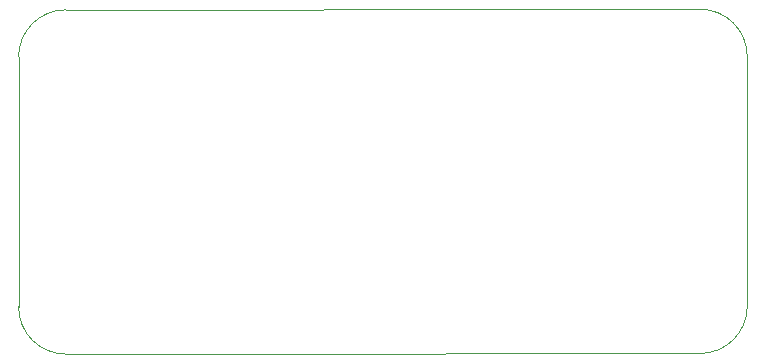
<source format=gbr>
G04 #@! TF.GenerationSoftware,KiCad,Pcbnew,(6.0.1-0)*
G04 #@! TF.CreationDate,2022-02-08T22:38:29+01:00*
G04 #@! TF.ProjectId,U:I WS,553a4920-5753-42e6-9b69-6361645f7063,rev?*
G04 #@! TF.SameCoordinates,Original*
G04 #@! TF.FileFunction,Profile,NP*
%FSLAX46Y46*%
G04 Gerber Fmt 4.6, Leading zero omitted, Abs format (unit mm)*
G04 Created by KiCad (PCBNEW (6.0.1-0)) date 2022-02-08 22:38:29*
%MOMM*%
%LPD*%
G01*
G04 APERTURE LIST*
G04 #@! TA.AperFunction,Profile*
%ADD10C,0.050000*%
G04 #@! TD*
G04 APERTURE END LIST*
D10*
X99450000Y-84450000D02*
G75*
G03*
X103450000Y-80450000I0J4000000D01*
G01*
X41750000Y-80500000D02*
G75*
G03*
X45750000Y-84500000I4000000J0D01*
G01*
X45750000Y-55350000D02*
G75*
G03*
X41750000Y-59350000I0J-4000000D01*
G01*
X103450000Y-80450000D02*
X103450000Y-59300000D01*
X41750000Y-80500000D02*
X41750000Y-59350000D01*
X89099999Y-55300001D02*
X99450000Y-55300000D01*
X99450000Y-84450000D02*
X56100001Y-84499999D01*
X56100001Y-84499999D02*
X45750000Y-84500000D01*
X45750000Y-55350000D02*
X89099999Y-55300001D01*
X103450000Y-59300000D02*
G75*
G03*
X99450000Y-55300000I-4000000J0D01*
G01*
M02*

</source>
